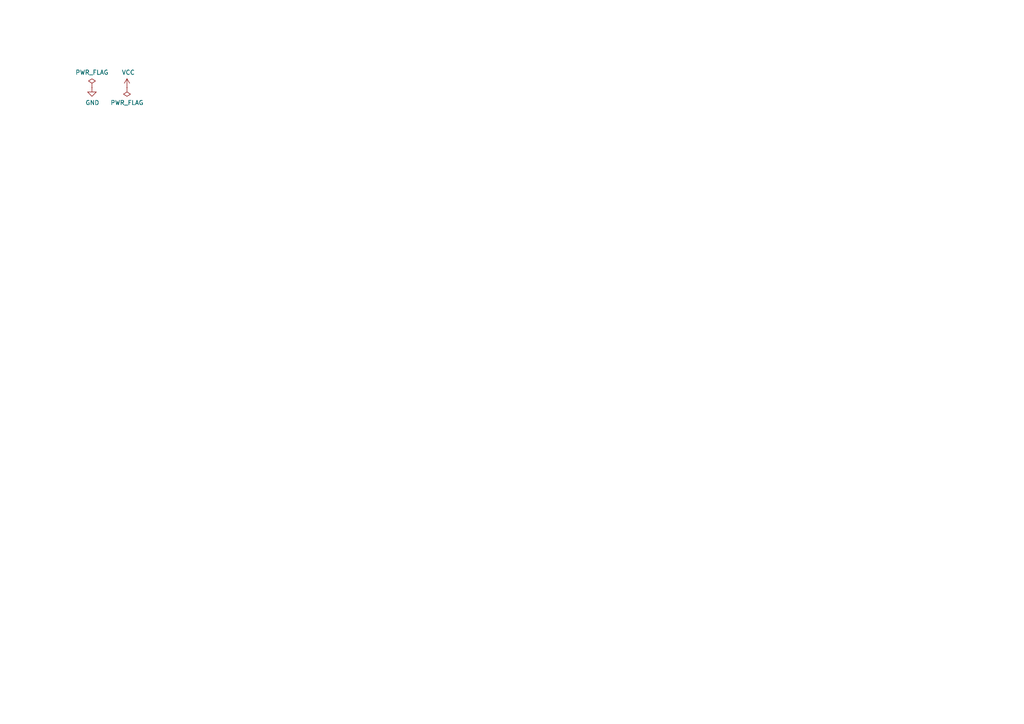
<source format=kicad_sch>
(kicad_sch (version 20230121) (generator eeschema)
  (paper "A4")
  (lib_symbols
    (symbol "power:GND" (power) (pin_names (offset 0))
      (property "Value" "GND" (at 0 -3.81 0))
      (symbol "GND_0_1"
        (polyline (pts (xy 0 0) (xy 0 -1.27) (xy 1.27 -1.27) (xy 0 -2.54) (xy -1.27 -1.27) (xy 0 -1.27)))
      )
      (symbol "GND_1_1"
        (pin power_in line (at 0 0 270) (length 0) hide (name "GND") (number "1"))
      )
    )
    (symbol "power:PWR_FLAG" (power) (pin_numbers hide) (pin_names (offset 0) hide)
      (property "Value" "PWR_FLAG" (at 0 3.81 0))
      (symbol "PWR_FLAG_0_0"
        (pin power_out line (at 0 0 90) (length 0) (name "pwr") (number "1"))
      )
      (symbol "PWR_FLAG_0_1"
        (polyline (pts (xy 0 0) (xy 0 1.27) (xy -1.016 1.905) (xy 0 2.54) (xy 1.016 1.905) (xy 0 1.27)))
      )
    )
    (symbol "power:VCC" (power) (pin_names (offset 0))
      (property "Value" "VCC" (at 0 3.81 0))
      (symbol "VCC_0_1"
        (polyline (pts (xy -0.762 1.27) (xy 0 2.54)))
        (polyline (pts (xy 0 0) (xy 0 2.54)))
        (polyline (pts (xy 0 2.54) (xy 0.762 1.27)))
      )
      (symbol "VCC_1_1"
        (pin power_in line (at 0 0 90) (length 0) hide (name "VCC") (number "1"))
      )
    )
  )
  (symbol (lib_id "power:PWR_FLAG") (at 26.67 25.4 0) (unit 1)
    (property "Reference" "#FLG01" (effects hide))
    (property "Value" "PWR_FLAG" (at 26.67 21.0058 0))
  )
  (symbol (lib_id "power:PWR_FLAG") (at 36.83 25.4 180) (unit 1)
    (property "Reference" "#FLG02" (effects hide))
    (property "Value" "PWR_FLAG" (at 36.83 29.7942 0))
  )
  (symbol (lib_id "power:GND") (at 26.67 25.4 0) (unit 1)
    (property "Reference" "#PWR01" (effects hide))
    (property "Value" "GND" (at 26.797 29.7942 0))
  )
  (symbol (lib_id "power:VCC") (at 36.83 25.4 0) (unit 1)
    (property "Reference" "#PWR02" (effects hide))
    (property "Value" "VCC" (at 37.211 21.0058 0))
  )
)
</source>
